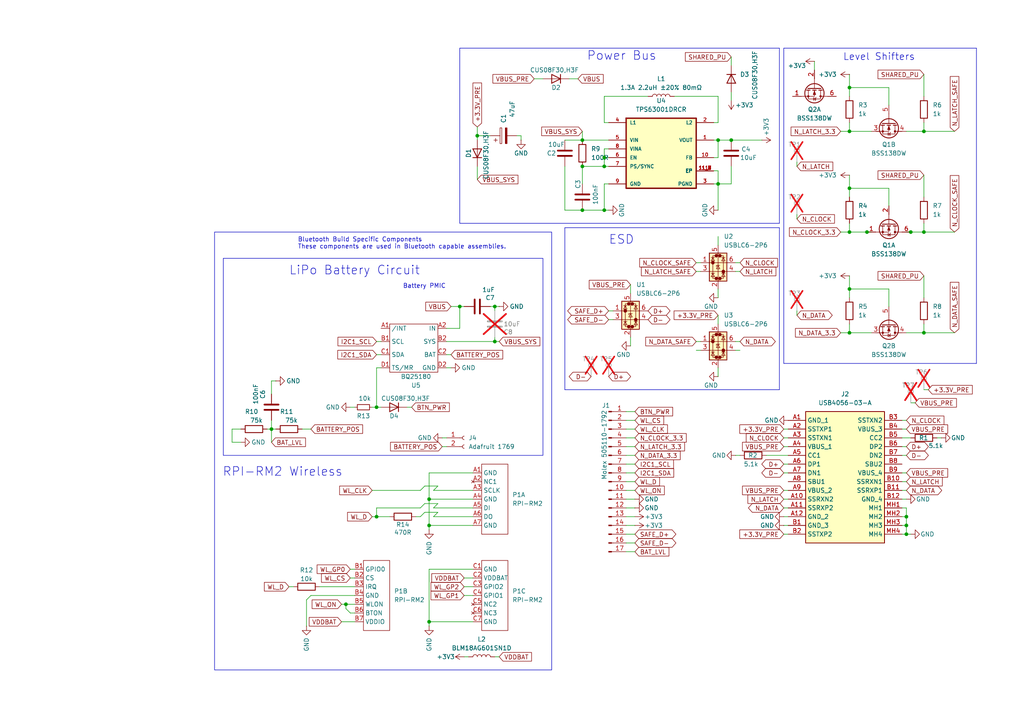
<source format=kicad_sch>
(kicad_sch (version 20231120) (generator "eeschema") (generator_version "8.0")
  (paper "A4")
  (junction (at 78.74 124.46))
  (junction (at 251.46 67.31))
  (junction (at 175.26 60.96))
  (junction (at 175.26 45.72))
  (junction (at 168.91 60.96))
  (junction (at 246.38 67.31))
  (junction (at 100.33 175.26))
  (junction (at 124.46 144.78))
  (junction (at 262.89 152.4))
  (junction (at 143.51 99.06))
  (junction (at 124.46 152.4))
  (junction (at 208.28 40.64))
  (junction (at 246.38 83.82))
  (junction (at 267.97 67.31))
  (junction (at 109.22 118.11))
  (junction (at 168.91 40.64))
  (junction (at 246.38 38.1))
  (junction (at 138.43 39.37))
  (junction (at 143.51 88.9))
  (junction (at 264.16 67.31))
  (junction (at 133.35 88.9))
  (junction (at 246.38 25.4))
  (junction (at 168.91 48.26))
  (junction (at 262.89 149.86))
  (junction (at 212.09 40.64))
  (junction (at 175.26 48.26))
  (junction (at 267.97 96.52))
  (junction (at 246.38 54.61))
  (junction (at 208.28 53.34))
  (junction (at 267.97 38.1))
  (junction (at 246.38 96.52))
  (junction (at 262.89 154.94))
  (junction (at 109.22 149.86))
  (junction (at 124.46 180.34))
  (wire (pts (xy 257.81 30.48) (xy 257.81 25.4)))
  (wire (pts (xy 67.31 128.27) (xy 67.31 124.46)))
  (wire (pts (xy 118.11 118.11) (xy 119.38 118.11)))
  (wire (pts (xy 246.38 54.61) (xy 246.38 57.15)))
  (wire (pts (xy 208.28 40.64) (xy 212.09 40.64)))
  (wire (pts (xy 133.35 88.9) (xy 134.62 88.9)))
  (polyline (pts (xy 133.35 13.97) (xy 226.06 13.97)))
  (wire (pts (xy 262.89 144.78) (xy 261.62 144.78)))
  (wire (pts (xy 144.78 88.9) (xy 143.51 88.9)))
  (wire (pts (xy 121.92 142.24) (xy 123.19 140.97)))
  (wire (pts (xy 227.33 147.32) (xy 228.6 147.32)))
  (wire (pts (xy 124.46 180.34) (xy 124.46 181.61)))
  (wire (pts (xy 165.1 22.86) (xy 167.64 22.86)))
  (wire (pts (xy 175.26 53.34) (xy 175.26 60.96)))
  (wire (pts (xy 201.93 78.74) (xy 203.2 78.74)))
  (wire (pts (xy 142.24 88.9) (xy 143.51 88.9)))
  (wire (pts (xy 99.06 180.34) (xy 102.87 180.34)))
  (wire (pts (xy 262.89 142.24) (xy 261.62 142.24)))
  (wire (pts (xy 246.38 80.01) (xy 246.38 83.82)))
  (wire (pts (xy 128.27 127) (xy 129.54 127)))
  (wire (pts (xy 214.63 76.2) (xy 213.36 76.2)))
  (wire (pts (xy 128.27 129.54) (xy 129.54 129.54)))
  (wire (pts (xy 231.14 63.5) (xy 231.14 62.23)))
  (wire (pts (xy 212.09 26.67) (xy 212.09 29.21)))
  (wire (pts (xy 262.89 139.7) (xy 261.62 139.7)))
  (wire (pts (xy 109.22 149.86) (xy 113.03 149.86)))
  (wire (pts (xy 262.89 152.4) (xy 262.89 154.94)))
  (wire (pts (xy 262.89 67.31) (xy 264.16 67.31)))
  (wire (pts (xy 212.09 40.64) (xy 220.98 40.64)))
  (wire (pts (xy 134.62 167.64) (xy 137.16 167.64)))
  (polyline (pts (xy 283.21 13.97) (xy 283.21 105.41)))
  (wire (pts (xy 227.33 149.86) (xy 228.6 149.86)))
  (wire (pts (xy 124.46 152.4) (xy 124.46 153.67)))
  (wire (pts (xy 175.26 45.72) (xy 175.26 48.26)))
  (wire (pts (xy 78.74 121.92) (xy 78.74 124.46)))
  (wire (pts (xy 100.33 175.26) (xy 102.87 175.26)))
  (wire (pts (xy 267.97 96.52) (xy 276.86 96.52)))
  (wire (pts (xy 261.62 149.86) (xy 262.89 149.86)))
  (wire (pts (xy 109.22 147.32) (xy 121.92 147.32)))
  (wire (pts (xy 208.28 109.22) (xy 208.28 106.68)))
  (wire (pts (xy 262.89 124.46) (xy 261.62 124.46)))
  (wire (pts (xy 227.33 137.16) (xy 228.6 137.16)))
  (wire (pts (xy 168.91 60.96) (xy 175.26 60.96)))
  (wire (pts (xy 123.19 148.59) (xy 121.92 149.86)))
  (wire (pts (xy 246.38 96.52) (xy 246.38 93.98)))
  (polyline (pts (xy 226.06 13.97) (xy 226.06 64.77)))
  (wire (pts (xy 78.74 124.46) (xy 77.47 124.46)))
  (wire (pts (xy 227.33 127) (xy 228.6 127)))
  (wire (pts (xy 214.63 99.06) (xy 213.36 99.06)))
  (wire (pts (xy 257.81 59.69) (xy 257.81 54.61)))
  (wire (pts (xy 208.28 49.53) (xy 207.01 49.53)))
  (polyline (pts (xy 227.33 13.97) (xy 283.21 13.97)))
  (polyline (pts (xy 163.83 66.04) (xy 163.83 113.03)))
  (wire (pts (xy 124.46 137.16) (xy 137.16 137.16)))
  (wire (pts (xy 138.43 39.37) (xy 138.43 40.64)))
  (polyline (pts (xy 283.21 105.41) (xy 227.33 105.41)))
  (wire (pts (xy 134.62 170.18) (xy 137.16 170.18)))
  (wire (pts (xy 168.91 38.1) (xy 168.91 40.64)))
  (wire (pts (xy 184.15 149.86) (xy 181.61 149.86)))
  (wire (pts (xy 175.26 53.34) (xy 176.53 53.34)))
  (wire (pts (xy 271.78 127) (xy 273.05 127)))
  (wire (pts (xy 143.51 97.79) (xy 143.51 99.06)))
  (wire (pts (xy 168.91 48.26) (xy 168.91 53.34)))
  (wire (pts (xy 184.15 127) (xy 181.61 127)))
  (wire (pts (xy 101.6 118.11) (xy 102.87 118.11)))
  (wire (pts (xy 262.89 149.86) (xy 262.89 152.4)))
  (wire (pts (xy 99.06 175.26) (xy 100.33 175.26)))
  (wire (pts (xy 163.83 48.26) (xy 163.83 60.96)))
  (wire (pts (xy 262.89 154.94) (xy 261.62 154.94)))
  (wire (pts (xy 267.97 21.59) (xy 267.97 27.94)))
  (wire (pts (xy 176.53 45.72) (xy 175.26 45.72)))
  (wire (pts (xy 175.26 60.96) (xy 176.53 60.96)))
  (wire (pts (xy 176.53 90.17) (xy 177.8 90.17)))
  (wire (pts (xy 175.26 35.56) (xy 176.53 35.56)))
  (wire (pts (xy 208.28 27.94) (xy 208.28 35.56)))
  (wire (pts (xy 269.24 113.03) (xy 267.97 113.03)))
  (wire (pts (xy 163.83 60.96) (xy 168.91 60.96)))
  (wire (pts (xy 124.46 152.4) (xy 137.16 152.4)))
  (wire (pts (xy 262.89 129.54) (xy 261.62 129.54)))
  (wire (pts (xy 102.87 177.8) (xy 101.6 177.8)))
  (wire (pts (xy 227.33 152.4) (xy 228.6 152.4)))
  (wire (pts (xy 154.94 22.86) (xy 157.48 22.86)))
  (wire (pts (xy 257.81 54.61) (xy 246.38 54.61)))
  (wire (pts (xy 251.46 67.31) (xy 246.38 67.31)))
  (wire (pts (xy 201.93 76.2) (xy 203.2 76.2)))
  (wire (pts (xy 125.73 149.86) (xy 137.16 149.86)))
  (wire (pts (xy 201.93 101.6) (xy 203.2 101.6)))
  (wire (pts (xy 212.09 16.51) (xy 212.09 19.05)))
  (wire (pts (xy 123.19 140.97) (xy 127 140.97)))
  (wire (pts (xy 125.73 142.24) (xy 137.16 142.24)))
  (wire (pts (xy 129.54 99.06) (xy 143.51 99.06)))
  (wire (pts (xy 252.73 38.1) (xy 246.38 38.1)))
  (wire (pts (xy 267.97 50.8) (xy 267.97 57.15)))
  (wire (pts (xy 125.73 149.86) (xy 127 148.59)))
  (wire (pts (xy 184.15 121.92) (xy 181.61 121.92)))
  (wire (pts (xy 252.73 96.52) (xy 246.38 96.52)))
  (wire (pts (xy 267.97 38.1) (xy 276.86 38.1)))
  (wire (pts (xy 208.28 86.36) (xy 208.28 83.82)))
  (polyline (pts (xy 227.33 13.97) (xy 227.33 105.41)))
  (wire (pts (xy 243.84 38.1) (xy 246.38 38.1)))
  (wire (pts (xy 184.15 154.94) (xy 181.61 154.94)))
  (wire (pts (xy 151.13 39.37) (xy 149.86 39.37)))
  (wire (pts (xy 168.91 48.26) (xy 175.26 48.26)))
  (wire (pts (xy 182.88 82.55) (xy 182.88 85.09)))
  (wire (pts (xy 142.24 39.37) (xy 138.43 39.37)))
  (wire (pts (xy 124.46 144.78) (xy 137.16 144.78)))
  (wire (pts (xy 227.33 129.54) (xy 228.6 129.54)))
  (wire (pts (xy 78.74 124.46) (xy 80.01 124.46)))
  (wire (pts (xy 184.15 142.24) (xy 181.61 142.24)))
  (wire (pts (xy 243.84 67.31) (xy 246.38 67.31)))
  (wire (pts (xy 133.35 88.9) (xy 133.35 95.25)))
  (wire (pts (xy 231.14 48.26) (xy 231.14 46.99)))
  (wire (pts (xy 129.54 102.87) (xy 130.81 102.87)))
  (wire (pts (xy 214.63 101.6) (xy 213.36 101.6)))
  (wire (pts (xy 175.26 48.26) (xy 176.53 48.26)))
  (wire (pts (xy 184.15 119.38) (xy 181.61 119.38)))
  (wire (pts (xy 151.13 40.64) (xy 151.13 39.37)))
  (polyline (pts (xy 226.06 64.77) (xy 133.35 64.77)))
  (wire (pts (xy 134.62 190.5) (xy 135.89 190.5)))
  (wire (pts (xy 208.28 53.34) (xy 208.28 60.96)))
  (wire (pts (xy 208.28 68.58) (xy 208.28 71.12)))
  (wire (pts (xy 208.28 53.34) (xy 207.01 53.34)))
  (wire (pts (xy 125.73 147.32) (xy 137.16 147.32)))
  (wire (pts (xy 144.78 190.5) (xy 143.51 190.5)))
  (wire (pts (xy 227.33 142.24) (xy 228.6 142.24)))
  (wire (pts (xy 246.38 50.8) (xy 246.38 54.61)))
  (wire (pts (xy 246.38 83.82) (xy 246.38 86.36)))
  (wire (pts (xy 129.54 106.68) (xy 130.81 106.68)))
  (wire (pts (xy 138.43 36.83) (xy 138.43 39.37)))
  (wire (pts (xy 257.81 25.4) (xy 246.38 25.4)))
  (wire (pts (xy 90.17 172.72) (xy 88.9 173.99)))
  (wire (pts (xy 107.95 142.24) (xy 121.92 142.24)))
  (wire (pts (xy 184.15 134.62) (xy 181.61 134.62)))
  (wire (pts (xy 201.93 99.06) (xy 203.2 99.06)))
  (wire (pts (xy 262.89 121.92) (xy 261.62 121.92)))
  (wire (pts (xy 102.87 172.72) (xy 90.17 172.72)))
  (wire (pts (xy 246.38 38.1) (xy 246.38 35.56)))
  (wire (pts (xy 67.31 124.46) (xy 69.85 124.46)))
  (wire (pts (xy 125.73 147.32) (xy 127 146.05)))
  (polyline (pts (xy 226.06 113.03) (xy 226.06 66.04)))
  (wire (pts (xy 69.85 128.27) (xy 67.31 128.27)))
  (wire (pts (xy 163.83 40.64) (xy 168.91 40.64)))
  (wire (pts (xy 262.89 38.1) (xy 267.97 38.1)))
  (wire (pts (xy 267.97 96.52) (xy 267.97 93.98)))
  (wire (pts (xy 184.15 147.32) (xy 181.61 147.32)))
  (wire (pts (xy 109.22 147.32) (xy 109.22 149.86)))
  (polyline (pts (xy 133.35 36.83) (xy 133.35 64.77)))
  (wire (pts (xy 264.16 67.31) (xy 267.97 67.31)))
  (wire (pts (xy 107.95 149.86) (xy 109.22 149.86)))
  (wire (pts (xy 207.01 40.64) (xy 208.28 40.64)))
  (wire (pts (xy 101.6 177.8) (xy 100.33 176.53)))
  (wire (pts (xy 243.84 96.52) (xy 246.38 96.52)))
  (wire (pts (xy 246.38 21.59) (xy 246.38 25.4)))
  (wire (pts (xy 184.15 157.48) (xy 181.61 157.48)))
  (wire (pts (xy 257.81 83.82) (xy 246.38 83.82)))
  (wire (pts (xy 88.9 173.99) (xy 88.9 181.61)))
  (wire (pts (xy 208.28 45.72) (xy 208.28 40.64)))
  (wire (pts (xy 100.33 175.26) (xy 100.33 176.53)))
  (wire (pts (xy 124.46 137.16) (xy 124.46 144.78)))
  (wire (pts (xy 175.26 43.18) (xy 175.26 45.72)))
  (wire (pts (xy 138.43 48.26) (xy 138.43 52.07)))
  (wire (pts (xy 262.89 147.32) (xy 262.89 149.86)))
  (wire (pts (xy 78.74 114.3) (xy 78.74 110.49)))
  (wire (pts (xy 176.53 92.71) (xy 177.8 92.71)))
  (wire (pts (xy 109.22 118.11) (xy 107.95 118.11)))
  (wire (pts (xy 227.33 144.78) (xy 228.6 144.78)))
  (wire (pts (xy 231.14 91.44) (xy 231.14 90.17)))
  (wire (pts (xy 120.65 149.86) (xy 121.92 149.86)))
  (wire (pts (xy 246.38 67.31) (xy 246.38 64.77)))
  (wire (pts (xy 214.63 78.74) (xy 213.36 78.74)))
  (wire (pts (xy 208.28 35.56) (xy 207.01 35.56)))
  (wire (pts (xy 134.62 172.72) (xy 137.16 172.72)))
  (wire (pts (xy 92.71 170.18) (xy 102.87 170.18)))
  (wire (pts (xy 168.91 40.64) (xy 176.53 40.64)))
  (wire (pts (xy 130.81 88.9) (xy 133.35 88.9)))
  (wire (pts (xy 101.6 165.1) (xy 102.87 165.1)))
  (wire (pts (xy 101.6 167.64) (xy 102.87 167.64)))
  (wire (pts (xy 267.97 67.31) (xy 267.97 64.77)))
  (wire (pts (xy 207.01 45.72) (xy 208.28 45.72)))
  (wire (pts (xy 208.28 91.44) (xy 208.28 93.98)))
  (wire (pts (xy 87.63 124.46) (xy 90.17 124.46)))
  (wire (pts (xy 184.15 139.7) (xy 181.61 139.7)))
  (wire (pts (xy 175.26 27.94) (xy 175.26 35.56)))
  (wire (pts (xy 246.38 25.4) (xy 246.38 27.94)))
  (wire (pts (xy 124.46 165.1) (xy 137.16 165.1)))
  (wire (pts (xy 262.89 132.08) (xy 261.62 132.08)))
  (wire (pts (xy 195.58 27.94) (xy 208.28 27.94)))
  (wire (pts (xy 78.74 110.49) (xy 80.01 110.49)))
  (wire (pts (xy 227.33 124.46) (xy 228.6 124.46)))
  (wire (pts (xy 124.46 144.78) (xy 124.46 152.4)))
  (wire (pts (xy 184.15 124.46) (xy 181.61 124.46)))
  (wire (pts (xy 83.82 170.18) (xy 85.09 170.18)))
  (wire (pts (xy 257.81 88.9) (xy 257.81 83.82)))
  (wire (pts (xy 261.62 152.4) (xy 262.89 152.4)))
  (wire (pts (xy 236.22 17.78) (xy 236.22 20.32)))
  (wire (pts (xy 267.97 38.1) (xy 267.97 35.56)))
  (wire (pts (xy 124.46 180.34) (xy 137.16 180.34)))
  (wire (pts (xy 127 146.05) (xy 123.19 146.05)))
  (wire (pts (xy 264.16 127) (xy 261.62 127)))
  (wire (pts (xy 184.15 129.54) (xy 181.61 129.54)))
  (wire (pts (xy 262.89 96.52) (xy 267.97 96.52)))
  (wire (pts (xy 127 140.97) (xy 125.73 142.24)))
  (wire (pts (xy 227.33 154.94) (xy 228.6 154.94)))
  (wire (pts (xy 176.53 43.18) (xy 175.26 43.18)))
  (wire (pts (xy 187.96 27.94) (xy 175.26 27.94)))
  (wire (pts (xy 184.15 132.08) (xy 181.61 132.08)))
  (wire (pts (xy 143.51 99.06) (xy 144.78 99.06)))
  (wire (pts (xy 262.89 137.16) (xy 261.62 137.16)))
  (wire (pts (xy 264.16 154.94) (xy 262.89 154.94)))
  (wire (pts (xy 261.62 147.32) (xy 262.89 147.32)))
  (polyline (pts (xy 163.83 113.03) (xy 226.06 113.03)))
  (wire (pts (xy 265.43 116.84) (xy 264.16 116.84)))
  (wire (pts (xy 110.49 106.68) (xy 109.22 106.68)))
  (wire (pts (xy 78.74 128.27) (xy 78.74 124.46)))
  (wire (pts (xy 143.51 88.9) (xy 143.51 90.17)))
  (wire (pts (xy 129.54 95.25) (xy 133.35 95.25)))
  (wire (pts (xy 212.09 53.34) (xy 208.28 53.34)))
  (wire (pts (xy 267.97 67.31) (xy 276.86 67.31)))
  (wire (pts (xy 213.36 132.08) (xy 214.63 132.08)))
  (wire (pts (xy 252.73 67.31) (xy 251.46 67.31)))
  (wire (pts (xy 184.15 137.16) (xy 181.61 137.16)))
  (wire (pts (xy 267.97 80.01) (xy 267.97 86.36)))
  (wire (pts (xy 184.15 152.4) (xy 181.61 152.4)))
  (wire (pts (xy 184.15 160.02) (xy 181.61 160.02)))
  (wire (pts (xy 127 148.59) (xy 123.19 148.59)))
  (wire (pts (xy 222.25 132.08) (xy 228.6 132.08)))
  (wire (pts (xy 109.22 118.11) (xy 110.49 118.11)))
  (wire (pts (xy 208.28 49.53) (xy 208.28 53.34)))
  (wire (pts (xy 184.15 144.78) (xy 181.61 144.78)))
  (wire (pts (xy 227.33 134.62) (xy 228.6 134.62)))
  (wire (pts (xy 109.22 99.06) (xy 110.49 99.06)))
  (polyline (pts (xy 133.35 36.83) (xy 133.35 13.97)))
  (polyline (pts (xy 226.06 66.04) (xy 163.83 66.04)))
  (wire (pts (xy 109.22 106.68) (xy 109.22 118.11)))
  (wire (pts (xy 182.88 100.33) (xy 182.88 97.79)))
  (wire (pts (xy 109.22 102.87) (xy 110.49 102.87)))
  (wire (pts (xy 123.19 146.05) (xy 121.92 147.32)))
  (wire (pts (xy 212.09 48.26) (xy 212.09 53.34)))
  (wire (pts (xy 124.46 165.1) (xy 124.46 180.34)))
  (rectangle (start 64.77 74.93) (end 157.48 132.08))
  (rectangle (start 62.23 67.31) (end 160.02 194.31))
  (text "Level Shifters\n" (at 265.43 17.78 0) (effects (font (size 2.0066 2.0066)) (justify right bottom)))
  (text "LiPo Battery Circuit" (at 83.82 80.01 0) (effects (font (size 2.54 2.54)) (justify left bottom)))
  (text "Battery PMIC" (at 116.84 83.82 0) (effects (font (size 1.27 1.27)) (justify left bottom)))
  (text "ESD" (at 176.53 71.12 0) (effects (font (size 2.54 2.54)) (justify left bottom)))
  (text "Power Bus" (at 170.18 17.78 0) (effects (font (size 2.54 2.54)) (justify left bottom)))
  (text "Bluetooth Build Specific Components\nThese components are used in Bluetooth capable assemblies." (at 86.36 72.39 0) (effects (font (size 1.27 1.27)) (justify left bottom)))
  (text "RPI-RM2 Wireless" (at 64.516 138.43 0) (effects (font (size 2.54 2.54)) (justify left bottom)))
  (global_label "I2C1_SCL" (shape input) (at 109.22 99.06 180) (property "Intersheetrefs" "${INTERSHEET_REFS}" (effects (hide yes))))
  (global_label "WL_CLK" (shape input) (at 184.15 124.46 0) (property "Intersheetrefs" "${INTERSHEET_REFS}" (effects (hide yes))))
  (global_label "BTN_PWR" (shape input) (at 184.15 119.38 0) (property "Intersheetrefs" "${INTERSHEET_REFS}" (effects (hide yes))))
  (global_label "N_CLOCK_SAFE" (shape input) (at 276.86 67.31 90) (property "Intersheetrefs" "${INTERSHEET_REFS}" (effects (hide yes))))
  (global_label "I2C1_SCL" (shape input) (at 184.15 134.62 0) (property "Intersheetrefs" "${INTERSHEET_REFS}" (effects (hide yes))))
  (global_label "WL_CLK" (shape input) (at 107.95 142.24 180) (property "Intersheetrefs" "${INTERSHEET_REFS}" (effects (hide yes))))
  (global_label "D-" (shape bidirectional) (at 187.96 92.71 0) (property "Intersheetrefs" "${INTERSHEET_REFS}" (effects (hide yes))))
  (global_label "VBUS_PRE" (shape input) (at 154.94 22.86 180) (property "Intersheetrefs" "${INTERSHEET_REFS}" (effects (hide yes))))
  (global_label "D-" (shape bidirectional) (at 171.45 109.22 180) (property "Intersheetrefs" "${INTERSHEET_REFS}" (effects (hide yes))))
  (global_label "BAT_LVL" (shape input) (at 78.74 128.27 0) (property "Intersheetrefs" "${INTERSHEET_REFS}" (effects (hide yes))))
  (global_label "D-" (shape bidirectional) (at 262.89 132.08 0) (property "Intersheetrefs" "${INTERSHEET_REFS}" (effects (hide yes))))
  (global_label "D+" (shape bidirectional) (at 176.53 109.22 0) (property "Intersheetrefs" "${INTERSHEET_REFS}" (effects (hide yes))))
  (global_label "SHARED_PU" (shape input) (at 267.97 80.01 180) (property "Intersheetrefs" "${INTERSHEET_REFS}" (effects (hide yes))))
  (global_label "+3.3V_PRE" (shape input) (at 138.43 36.83 90) (property "Intersheetrefs" "${INTERSHEET_REFS}" (effects (hide yes))))
  (global_label "N_CLOCK" (shape input) (at 227.33 127 180) (property "Intersheetrefs" "${INTERSHEET_REFS}" (effects (hide yes))))
  (global_label "SHARED_PU" (shape input) (at 267.97 21.59 180) (property "Intersheetrefs" "${INTERSHEET_REFS}" (effects (hide yes))))
  (global_label "SAFE_D+" (shape bidirectional) (at 184.15 154.94 0) (property "Intersheetrefs" "${INTERSHEET_REFS}" (effects (hide yes))))
  (global_label "N_CLOCK_SAFE" (shape input) (at 201.93 76.2 180) (property "Intersheetrefs" "${INTERSHEET_REFS}" (effects (hide yes))))
  (global_label "VDDBAT" (shape input) (at 99.06 180.34 180) (property "Intersheetrefs" "${INTERSHEET_REFS}" (effects (hide yes))))
  (global_label "VBUS" (shape input) (at 167.64 22.86 0) (property "Intersheetrefs" "${INTERSHEET_REFS}" (effects (hide yes))))
  (global_label "N_DATA" (shape bidirectional) (at 231.14 91.44 0) (property "Intersheetrefs" "${INTERSHEET_REFS}" (effects (hide yes))))
  (global_label "N_DATA_3.3" (shape input) (at 243.84 96.52 180) (property "Intersheetrefs" "${INTERSHEET_REFS}" (effects (hide yes))))
  (global_label "N_CLOCK" (shape input) (at 262.89 121.92 0) (property "Intersheetrefs" "${INTERSHEET_REFS}" (effects (hide yes))))
  (global_label "SAFE_D+" (shape bidirectional) (at 176.53 90.17 180) (property "Intersheetrefs" "${INTERSHEET_REFS}" (effects (hide yes))))
  (global_label "SHARED_PU" (shape input) (at 212.09 16.51 180) (property "Intersheetrefs" "${INTERSHEET_REFS}" (effects (hide yes))))
  (global_label "WL_GP1" (shape input) (at 134.62 172.72 180) (property "Intersheetrefs" "${INTERSHEET_REFS}" (effects (hide yes))))
  (global_label "N_LATCH" (shape input) (at 214.63 78.74 0) (property "Intersheetrefs" "${INTERSHEET_REFS}" (effects (hide yes))))
  (global_label "WL_D" (shape input) (at 83.82 170.18 180) (property "Intersheetrefs" "${INTERSHEET_REFS}" (effects (hide yes))))
  (global_label "VBUS_PRE" (shape input) (at 262.89 137.16 0) (property "Intersheetrefs" "${INTERSHEET_REFS}" (effects (hide yes))))
  (global_label "N_DATA_SAFE" (shape input) (at 201.93 99.06 180) (property "Intersheetrefs" "${INTERSHEET_REFS}" (effects (hide yes))))
  (global_label "D-" (shape bidirectional) (at 227.33 137.16 180) (property "Intersheetrefs" "${INTERSHEET_REFS}" (effects (hide yes))))
  (global_label "N_LATCH" (shape input) (at 231.14 48.26 0) (property "Intersheetrefs" "${INTERSHEET_REFS}" (effects (hide yes))))
  (global_label "WL_CS" (shape input) (at 184.15 121.92 0) (property "Intersheetrefs" "${INTERSHEET_REFS}" (effects (hide yes))))
  (global_label "N_LATCH_SAFE" (shape input) (at 276.86 38.1 90) (property "Intersheetrefs" "${INTERSHEET_REFS}" (effects (hide yes))))
  (global_label "VBUS" (shape input) (at 130.81 88.9 180) (property "Intersheetrefs" "${INTERSHEET_REFS}" (effects (hide yes))))
  (global_label "BAT_LVL" (shape input) (at 184.15 160.02 0) (property "Intersheetrefs" "${INTERSHEET_REFS}" (effects (hide yes))))
  (global_label "WL_GP0" (shape input) (at 101.6 165.1 180) (property "Intersheetrefs" "${INTERSHEET_REFS}" (effects (hide yes))))
  (global_label "N_LATCH" (shape input) (at 262.89 139.7 0) (property "Intersheetrefs" "${INTERSHEET_REFS}" (effects (hide yes))))
  (global_label "SAFE_D-" (shape bidirectional) (at 176.53 92.71 180) (property "Intersheetrefs" "${INTERSHEET_REFS}" (effects (hide yes))))
  (global_label "N_DATA_3.3" (shape input) (at 184.15 132.08 0) (property "Intersheetrefs" "${INTERSHEET_REFS}" (effects (hide yes))))
  (global_label "SAFE_D-" (shape bidirectional) (at 184.15 157.48 0) (property "Intersheetrefs" "${INTERSHEET_REFS}" (effects (hide yes))))
  (global_label "VBUS_SYS" (shape input) (at 138.43 52.07 0) (property "Intersheetrefs" "${INTERSHEET_REFS}" (effects (hide yes))))
  (global_label "+3.3V_PRE" (shape input) (at 269.24 113.03 0) (property "Intersheetrefs" "${INTERSHEET_REFS}" (effects (hide yes))))
  (global_label "I2C1_SDA" (shape input) (at 109.22 102.87 180) (property "Intersheetrefs" "${INTERSHEET_REFS}" (effects (hide yes))))
  (global_label "D+" (shape bidirectional) (at 187.96 90.17 0) (property "Intersheetrefs" "${INTERSHEET_REFS}" (effects (hide yes))))
  (global_label "N_CLOCK_3.3" (shape input) (at 184.15 127 0) (property "Intersheetrefs" "${INTERSHEET_REFS}" (effects (hide yes))))
  (global_label "D+" (shape bidirectional) (at 262.89 129.54 0) (property "Intersheetrefs" "${INTERSHEET_REFS}" (effects (hide yes))))
  (global_label "N_CLOCK" (shape input) (at 231.14 63.5 0) (property "Intersheetrefs" "${INTERSHEET_REFS}" (effects (hide yes))))
  (global_label "N_DATA_SAFE" (shape input) (at 276.86 96.52 90) (property "Intersheetrefs" "${INTERSHEET_REFS}" (effects (hide yes))))
  (global_label "N_LATCH_3.3" (shape input) (at 184.15 129.54 0) (property "Intersheetrefs" "${INTERSHEET_REFS}" (effects (hide yes))))
  (global_label "WL_CS" (shape input) (at 101.6 167.64 180) (property "Intersheetrefs" "${INTERSHEET_REFS}" (effects (hide yes))))
  (global_label "D+" (shape bidirectional) (at 227.33 134.62 180) (property "Intersheetrefs" "${INTERSHEET_REFS}" (effects (hide yes))))
  (global_label "VBUS_PRE" (shape input) (at 265.43 116.84 0) (property "Intersheetrefs" "${INTERSHEET_REFS}" (effects (hide yes))))
  (global_label "+3.3V_PRE" (shape input) (at 227.33 154.94 180) (property "Intersheetrefs" "${INTERSHEET_REFS}" (effects (hide yes))))
  (global_label "VDDBAT" (shape input) (at 134.62 167.64 180) (property "Intersheetrefs" "${INTERSHEET_REFS}" (effects (hide yes))))
  (global_label "VBUS_PRE" (shape input) (at 262.89 124.46 0) (property "Intersheetrefs" "${INTERSHEET_REFS}" (effects (hide yes))))
  (global_label "N_CLOCK" (shape input) (at 214.63 76.2 0) (property "Intersheetrefs" "${INTERSHEET_REFS}" (effects (hide yes))))
  (global_label "WL_GP2" (shape input) (at 134.62 170.18 180) (property "Intersheetrefs" "${INTERSHEET_REFS}" (effects (hide yes))))
  (global_label "VBUS_PRE" (shape input) (at 227.33 142.24 180) (property "Intersheetrefs" "${INTERSHEET_REFS}" (effects (hide yes))))
  (global_label "N_DATA" (shape bidirectional) (at 214.63 99.06 0) (property "Intersheetrefs" "${INTERSHEET_REFS}" (effects (hide yes))))
  (global_label "VBUS_SYS" (shape input) (at 168.91 38.1 180) (property "Intersheetrefs" "${INTERSHEET_REFS}" (effects (hide yes))))
  (global_label "WL_ON" (shape input) (at 184.15 142.24 0) (property "Intersheetrefs" "${INTERSHEET_REFS}" (effects (hide yes))))
  (global_label "VBUS_SYS" (shape input) (at 144.78 99.06 0) (property "Intersheetrefs" "${INTERSHEET_REFS}" (effects (hide yes))))
  (global_label "+3.3V_PRE" (shape input) (at 227.33 124.46 180) (property "Intersheetrefs" "${INTERSHEET_REFS}" (effects (hide yes))))
  (global_label "N_CLOCK_3.3" (shape input) (at 243.84 67.31 180) (property "Intersheetrefs" "${INTERSHEET_REFS}" (effects (hide yes))))
  (global_label "BTN_PWR" (shape input) (at 119.38 118.11 0) (property "Intersheetrefs" "${INTERSHEET_REFS}" (effects (hide yes))))
  (global_label "WL_D" (shape input) (at 107.95 149.86 180) (property "Intersheetrefs" "${INTERSHEET_REFS}" (effects (hide yes))))
  (global_label "BATTERY_POS" (shape input) (at 130.81 102.87 0) (property "Intersheetrefs" "${INTERSHEET_REFS}" (effects (hide yes))))
  (global_label "N_LATCH_3.3" (shape input) (at 243.84 38.1 180) (property "Intersheetrefs" "${INTERSHEET_REFS}" (effects (hide yes))))
  (global_label "I2C1_SDA" (shape input) (at 184.15 137.16 0) (property "Intersheetrefs" "${INTERSHEET_REFS}" (effects (hide yes))))
  (global_label "N_DATA" (shape bidirectional) (at 227.33 147.32 180) (property "Intersheetrefs" "${INTERSHEET_REFS}" (effects (hide yes))))
  (global_label "BATTERY_POS" (shape input) (at 90.17 124.46 0) (property "Intersheetrefs" "${INTERSHEET_REFS}" (effects (hide yes))))
  (global_label "BATTERY_POS" (shape input) (at 128.27 129.54 180) (property "Intersheetrefs" "${INTERSHEET_REFS}" (effects (hide yes))))
  (global_label "+3.3V_PRE" (shape input) (at 208.28 91.44 180) (property "Intersheetrefs" "${INTERSHEET_REFS}" (effects (hide yes))))
  (global_label "VBUS_PRE" (shape input) (at 182.88 82.55 180) (property "Intersheetrefs" "${INTERSHEET_REFS}" (effects (hide yes))))
  (global_label "SHARED_PU" (shape input) (at 267.97 50.8 180) (property "Intersheetrefs" "${INTERSHEET_REFS}" (effects (hide yes))))
  (global_label "N_LATCH" (shape input) (at 227.33 144.78 180) (property "Intersheetrefs" "${INTERSHEET_REFS}" (effects (hide yes))))
  (global_label "VDDBAT" (shape input) (at 144.78 190.5 0) (property "Intersheetrefs" "${INTERSHEET_REFS}" (effects (hide yes))))
  (global_label "WL_D" (shape input) (at 184.15 139.7 0) (property "Intersheetrefs" "${INTERSHEET_REFS}" (effects (hide yes))))
  (global_label "N_DATA" (shape bidirectional) (at 262.89 142.24 0) (property "Intersheetrefs" "${INTERSHEET_REFS}" (effects (hide yes))))
  (global_label "WL_ON" (shape input) (at 99.06 175.26 180) (property "Intersheetrefs" "${INTERSHEET_REFS}" (effects (hide yes))))
  (global_label "VBUS_PRE" (shape input) (at 227.33 129.54 180) (property "Intersheetrefs" "${INTERSHEET_REFS}" (effects (hide yes))))
  (global_label "N_LATCH_SAFE" (shape input) (at 201.93 78.74 180) (property "Intersheetrefs" "${INTERSHEET_REFS}" (effects (hide yes))))
  (symbol (lib_id "power:+3V3") (at 236.22 17.78 90) (unit 1)
    (property "Reference" "#PWR015" (effects (hide yes)))
    (property "Value" "+3V3" (at 231.14 19.05 90))
  )
  (symbol (lib_id "Device:R") (at 246.38 31.75 0) (unit 1)
    (property "Reference" "R3" (at 248.92 30.4799 0) (effects (justify left)))
    (property "Value" "1k" (at 248.92 33.0199 0) (effects (justify left)))
    (property "Footprint" "Resistor_SMD:R_0201_0603Metric" (effects (hide yes)))
    (property "Description" "50mW Thick Film Resistors 25V ±1% ±200ppm/℃ 1kΩ" (effects (hide yes)))
    (property "LCSC" "C138165" (effects (hide yes)))
    (property "MPN" "RC0201FR-071KL " (effects (hide yes)))
    (property "Price" "0.0006" (effects (hide yes)))
    (property "Package" "0201" (effects (hide yes)))
  )
  (symbol (lib_id "progcc_v3:CUS08F30") (at 138.43 44.45 90) (unit 1)
    (property "Reference" "D1" (at 135.89 44.45 0))
    (property "Value" "CUS08F30,H3F " (at 140.97 44.45 0))
    (property "Footprint" "Diode_SMD:D_SOD-323_HandSoldering" (effects (hide yes)))
    (property "Datasheet" "${KIPRJMOD}/../progcc_v3_libs/docs/CUS08F30_datasheet_en_20140414.pdf" (effects (hide yes)))
    (property "Description" "SOD-323 Schottky Diodes ROHS (TOSHIBA)" (effects (hide yes)))
    (property "MPN" "CUS08F30,H3F " (effects (hide yes)))
    (property "LCSC" "C150183" (effects (hide yes)))
    (property "Price" "0.0092" (effects (hide yes)))
    (property "Package" "SOD-323" (effects (hide yes)))
  )
  (symbol (lib_id "progcc_v3:CUS08F30") (at 212.09 22.86 270) (unit 1)
    (property "Reference" "D3" (at 214.63 21.5899 90) (effects (justify left)))
    (property "Value" "CUS08F30,H3F " (at 218.948 13.716 0) (effects (justify left)))
    (property "Footprint" "Diode_SMD:D_SOD-323_HandSoldering" (effects (hide yes)))
    (property "Datasheet" "${KIPRJMOD}/../progcc_v3_libs/docs/CUS08F30_datasheet_en_20140414.pdf" (effects (hide yes)))
    (property "Description" "SOD-323 Schottky Diodes ROHS (TOSHIBA)" (effects (hide yes)))
    (property "MPN" "CUS08F30,H3F " (effects (hide yes)))
    (property "LCSC" "C150183" (effects (hide yes)))
    (property "Price" "0.0092" (effects (hide yes)))
    (property "Package" "SOD-323" (effects (hide yes)))
  )
  (symbol (lib_id "power:GND") (at 264.16 154.94 90) (unit 1)
    (property "Reference" "#PWR014" (effects (hide yes)))
    (property "Value" "GND" (at 268.986 154.94 90))
  )
  (symbol (lib_id "power:GND") (at 228.6 121.92 270) (unit 1)
    (property "Reference" "#PWR010" (effects (hide yes)))
    (property "Value" "GND" (at 223.774 121.92 90))
  )
  (symbol (lib_id "hhl:RPI-RM2") (at 109.22 172.72 0) (unit 2)
    (property "Reference" "P1" (at 114.3 171.4499 0) (effects (justify left)))
    (property "Value" "RPI-RM2" (at 114.3 173.9899 0) (effects (justify left)))
    (property "Footprint" "hhl:RPI_RM2" (effects (hide yes)))
    (property "Description" "Raspberry Pi RM2 Wireless Module" (effects (hide yes)))
    (property "MPN" "RPI-RM2" (effects (hide yes)))
    (property "USBDNP" "YES" (effects (hide yes)))
  )
  (symbol (lib_id "Power_Protection:USBLC6-2P6") (at 208.28 76.2 0) (unit 1)
    (property "Reference" "U2" (at 209.9311 68.58 0) (effects (justify left)))
    (property "Value" "USBLC6-2P6" (at 209.9311 71.12 0) (effects (justify left)))
    (property "Footprint" "Package_TO_SOT_SMD:SOT-666" (effects (hide yes)))
    (property "Datasheet" "https://www.st.com/resource/en/datasheet/usblc6-2.pdf" (effects (hide yes)))
    (property "Description" "Very low capacitance ESD protection diode, 2 data-line, SOT-666" (effects (hide yes)))
    (property "LCSC" "C2827693" (effects (hide yes)))
    (property "MPN" "USBLC6-2P6" (effects (hide yes)))
    (property "Package" "SOT-666-6" (effects (hide yes)))
  )
  (symbol (lib_id "power:GND") (at 176.53 60.96 90) (unit 1)
    (property "Reference" "#PWR020" (effects (hide yes)))
    (property "Value" "GND" (at 180.34 60.96 0))
  )
  (symbol (lib_id "Device:R") (at 267.97 90.17 0) (unit 1)
    (property "Reference" "R8" (at 270.51 88.8999 0) (effects (justify left)))
    (property "Value" "1k" (at 270.51 91.4399 0) (effects (justify left)))
    (property "Footprint" "Resistor_SMD:R_0201_0603Metric" (effects (hide yes)))
    (property "Description" "50mW Thick Film Resistors 25V ±1% ±200ppm/℃ 1kΩ" (effects (hide yes)))
    (property "LCSC" "C138165" (effects (hide yes)))
    (property "MPN" "RC0201FR-071KL " (effects (hide yes)))
    (property "Price" "0.0006" (effects (hide yes)))
    (property "Package" "0201" (effects (hide yes)))
  )
  (symbol (lib_id "power:+3V3") (at 134.62 190.5 90) (unit 1)
    (property "Reference" "#PWR032" (effects (hide yes)))
    (property "Value" "+3V3" (at 129.286 190.5 90))
  )
  (symbol (lib_id "Device:C") (at 78.74 118.11 180) (unit 1)
    (property "Reference" "C6" (at 76.2 113.03 90) (effects (justify left)))
    (property "Value" "100nF" (at 74.168 111.252 90) (effects (justify left)))
    (property "Footprint" "Capacitor_SMD:C_0201_0603Metric" (effects (hide yes)))
    (property "Description" "6.3V 100nF X5R ±10%" (effects (hide yes)))
    (property "USBDNP" "YES" (effects (hide yes)))
    (property "LCSC" "C160831" (effects (hide yes)))
    (property "MPN" "CL03A104KQ3NNNC" (effects (hide yes)))
    (property "Price" "0.0007" (effects (hide yes)))
    (property "Package" "0201" (effects (hide yes)))
  )
  (symbol (lib_id "Power_Protection:USBLC6-2P6") (at 182.88 90.17 0) (unit 1)
    (property "Reference" "U1" (at 184.5311 82.55 0) (effects (justify left)))
    (property "Value" "USBLC6-2P6" (at 184.5311 85.09 0) (effects (justify left)))
    (property "Footprint" "Package_TO_SOT_SMD:SOT-666" (effects (hide yes)))
    (property "Datasheet" "https://www.st.com/resource/en/datasheet/usblc6-2.pdf" (effects (hide yes)))
    (property "Description" "Very low capacitance ESD protection diode, 2 data-line, SOT-666" (effects (hide yes)))
    (property "LCSC" "C2827693" (effects (hide yes)))
    (property "MPN" "USBLC6-2P6" (effects (hide yes)))
    (property "Package" "SOT-666-6" (effects (hide yes)))
  )
  (symbol (lib_id "power:GND") (at 101.6 118.11 270) (unit 1)
    (property "Reference" "#PWR028" (effects (hide yes)))
    (property "Value" "GND" (at 96.52 118.11 90))
  )
  (symbol (lib_id "Connector:TestPoint") (at 176.53 109.22 0) (unit 1) (in_bom no) (dnp yes)
    (property "Reference" "TP5" (at 173.99 104.14 0) (effects (justify left)))
    (property "Value" "TestPoint" (effects (hide yes)))
    (property "Footprint" "TestPoint:TestPoint_Pad_D1.0mm" (effects (hide yes)))
  )
  (symbol (lib_id "power:GND") (at 227.33 149.86 270) (unit 1)
    (property "Reference" "#PWR012" (effects (hide yes)))
    (property "Value" "GND" (at 222.504 149.86 90))
  )
  (symbol (lib_id "Connector:TestPoint") (at 231.14 62.23 0) (unit 1) (in_bom no) (dnp yes)
    (property "Reference" "TP2" (at 228.6 57.15 0) (effects (justify left)))
    (property "Value" "TestPoint" (effects (hide yes)))
    (property "Footprint" "TestPoint:TestPoint_Pad_D1.0mm" (effects (hide yes)))
  )
  (symbol (lib_id "power:GND") (at 151.13 40.64 0) (unit 1)
    (property "Reference" "#PWR019" (effects (hide yes)))
    (property "Value" "GND" (at 151.13 44.45 0))
  )
  (symbol (lib_id "Device:C_Polarized") (at 146.05 39.37 90) (unit 1)
    (property "Reference" "C1" (at 146.05 33.02 0) (effects (justify right)))
    (property "Value" "47uF" (at 148.59 29.21 0) (effects (justify right)))
    (property "Footprint" "Capacitor_Tantalum_SMD:CP_EIA-3216-18_Kemet-A" (effects (hide yes)))
    (property "Description" "47uF 6.3V 1.6Ω@100kHz ±10%" (effects (hide yes)))
    (property "LCSC" "C7190" (effects (hide yes)))
    (property "MPN" "CC0603JRX7R9BB473" (effects (hide yes)))
    (property "Price" "0.0544" (effects (hide yes)))
    (property "Package" "CASE-A-3216-18(mm)" (effects (hide yes)))
  )
  (symbol (lib_id "hhl:BSS138DW") (at 236.22 27.94 0) (mirror y) (unit 1)
    (property "Reference" "Q2" (at 236.22 31.75 0))
    (property "Value" "BSS138DW" (at 236.22 34.29 0))
    (property "Footprint" "Package_TO_SOT_SMD:SOT-363_SC-70-6" (effects (hide yes)))
    (property "Datasheet" "https://datasheet.lcsc.com/lcsc/1912111437_Diodes-Incorporated-BSS138DW-7-F_C154900.pdf" (effects (hide yes)))
    (property "Description" "50V 200mA 200mW 3.5Ω@10V,220mA 1.5V@250uA 2 N-Channel SC-70-6(SOT-363) MOSFETs ROHS" (effects (hide yes)))
    (property "MPN" "BSS138DW-7-F" (effects (hide yes)))
    (property "LCSC" "C154900" (effects (hide yes)))
    (property "Price" "0.037" (effects (hide yes)))
    (property "Package" "SC-70-6(SOT-363)" (effects (hide yes)))
  )
  (symbol (lib_id "power:GND") (at 69.85 128.27 90) (unit 1)
    (property "Reference" "#PWR024" (effects (hide yes)))
    (property "Value" "GND" (at 74.93 128.27 90))
  )
  (symbol (lib_id "Connector:TestPoint") (at 171.45 109.22 0) (unit 1) (in_bom no) (dnp yes)
    (property "Reference" "TP4" (at 168.91 104.14 0) (effects (justify left)))
    (property "Value" "TestPoint" (effects (hide yes)))
    (property "Footprint" "TestPoint:TestPoint_Pad_D1.0mm" (effects (hide yes)))
  )
  (symbol (lib_id "Connector:TestPoint") (at 267.97 113.03 0) (unit 1) (in_bom no) (dnp yes)
    (property "Reference" "TP6" (at 265.43 107.95 0) (effects (justify left)))
    (property "Value" "TestPoint" (effects (hide yes)))
    (property "Footprint" "TestPoint:TestPoint_Pad_D1.0mm" (effects (hide yes)))
  )
  (symbol (lib_id "power:GND") (at 273.05 127 90) (unit 1)
    (property "Reference" "#PWR08" (effects (hide yes)))
    (property "Value" "GND" (at 277.876 127 90))
  )
  (symbol (lib_id "power:+3V3") (at 246.38 50.8 90) (unit 1)
    (property "Reference" "#PWR017" (effects (hide yes)))
    (property "Value" "+3V3" (at 240.03 50.8 90))
  )
  (symbol (lib_id "power:GND") (at 128.27 127 270) (unit 1)
    (property "Reference" "#PWR034" (effects (hide yes)))
    (property "Value" "GND" (at 123.19 127 90))
  )
  (symbol (lib_id "Device:C") (at 168.91 57.15 180) (unit 1)
    (property "Reference" "C3" (at 167.64 52.07 90) (effects (justify left)))
    (property "Value" "100nF" (at 172.72 53.34 90) (effects (justify left)))
    (property "Footprint" "Capacitor_SMD:C_0201_0603Metric" (effects (hide yes)))
    (property "Description" "6.3V 100nF X5R ±10%" (effects (hide yes)))
    (property "LCSC" "C160831" (effects (hide yes)))
    (property "MPN" "CL03A104KQ3NNNC" (effects (hide yes)))
    (property "Price" "0.0007" (effects (hide yes)))
    (property "Package" "0201" (effects (hide yes)))
  )
  (symbol (lib_id "hhl:CUS08F30") (at 114.3 118.11 180) (unit 1)
    (property "Reference" "D4" (at 114.3 120.65 0))
    (property "Value" "CUS08F30,H3F " (at 118.11 115.57 0))
    (property "Footprint" "Diode_SMD:D_SOD-323_HandSoldering" (effects (hide yes)))
    (property "Description" "SOD-323 Schottky Diodes ROHS (TOSHIBA)" (effects (hide yes)))
    (property "MPN" "CUS08F30,H3F " (effects (hide yes)))
    (property "USBDNP" "YES" (effects (hide yes)))
    (property "LCSC" "C150183" (effects (hide yes)))
    (property "Price" "0.0092" (effects (hide yes)))
    (property "Package" "SOD-323" (effects (hide yes)))
  )
  (symbol (lib_id "Device:L") (at 191.77 27.94 90) (unit 1)
    (property "Reference" "L1" (at 191.77 22.86 90))
    (property "Value" "1.3A 2.2uH ±20% 80mΩ" (at 191.77 25.4 90))
    (property "Footprint" "Inductor_SMD:L_1008_2520Metric" (effects (hide yes)))
    (property "Description" "1.3A 2.2uH ±20% 80mΩ 1008 Inductors (SMD) ROHS " (effects (hide yes)))
    (property "MPN" "MIP25202R2MBE" (effects (hide yes)))
    (property "LCSC" "C315721" (effects (hide yes)))
    (property "Price" "0.0208" (effects (hide yes)))
    (property "Package" "1008" (effects (hide yes)))
  )
  (symbol (lib_id "power:GND") (at 208.28 86.36 270) (unit 1)
    (property "Reference" "#PWR06" (effects (hide yes)))
    (property "Value" "GND" (at 208.28 88.9 90) (effects (justify right)))
  )
  (symbol (lib_id "Device:R") (at 267.97 60.96 0) (unit 1)
    (property "Reference" "R7" (at 270.51 59.6899 0) (effects (justify left)))
    (property "Value" "1k" (at 270.51 62.2299 0) (effects (justify left)))
    (property "Footprint" "Resistor_SMD:R_0201_0603Metric" (effects (hide yes)))
    (property "Description" "50mW Thick Film Resistors 25V ±1% ±200ppm/℃ 1kΩ" (effects (hide yes)))
    (property "LCSC" "C138165" (effects (hide yes)))
    (property "MPN" "RC0201FR-071KL " (effects (hide yes)))
    (property "Price" "0.0006" (effects (hide yes)))
    (property "Package" "0201" (effects (hide yes)))
  )
  (symbol (lib_id "power:GND") (at 227.33 152.4 270) (unit 1)
    (property "Reference" "#PWR011" (effects (hide yes)))
    (property "Value" "GND" (at 222.504 152.4 90))
  )
  (symbol (lib_id "power:GND") (at 213.36 132.08 270) (unit 1)
    (property "Reference" "#PWR09" (effects (hide yes)))
    (property "Value" "GND" (at 208.534 132.08 90))
  )
  (symbol (lib_id "Connector:TestPoint") (at 231.14 90.17 0) (unit 1) (in_bom no) (dnp yes)
    (property "Reference" "TP3" (at 228.6 85.09 0) (effects (justify left)))
    (property "Value" "TestPoint" (effects (hide yes)))
    (property "Footprint" "TestPoint:TestPoint_Pad_D1.0mm" (effects (hide yes)))
  )
  (symbol (lib_id "Device:C") (at 143.51 93.98 0) (unit 1) (in_bom no) (on_board no) (dnp yes)
    (property "Reference" "C8" (at 146.05 96.2914 0) (effects (justify left)))
    (property "Value" "10uF" (at 146.05 93.98 0) (effects (justify left)))
    (property "Footprint" "Capacitor_SMD:C_0805_2012Metric" (effects (hide yes)))
    (property "Description" "10V 10uF X5R ±10%" (effects (hide yes)))
    (property "USBDNP" "YES" (effects (hide yes)))
    (property "LCSC" "C17024" (effects (hide yes)))
    (property "MPN" "CL21A106KPFNNNE" (effects (hide yes)))
    (property "Price" "0.0050" (effects (hide yes)))
    (property "Package" "0805" (effects (hide yes)))
  )
  (symbol (lib_id "power:+3V3") (at 212.09 29.21 180) (unit 1)
    (property "Reference" "#PWR022" (effects (hide yes)))
    (property "Value" "+3V3" (at 215.9 30.48 0))
  )
  (symbol (lib_id "Device:R") (at 168.91 44.45 0) (unit 1)
    (property "Reference" "R9" (at 171.45 43.1799 0) (effects (justify left)))
    (property "Value" "100R" (at 171.45 45.7199 0) (effects (justify left)))
    (property "Footprint" "Resistor_SMD:R_0201_0603Metric" (effects (hide yes)))
    (property "Description" "50mW Thick Film Resistors 25V ±1% ±200ppm/℃ 100Ω" (effects (hide yes)))
    (property "LCSC" "C77623" (effects (hide yes)))
    (property "MPN" "RC0201FR-07100RL " (effects (hide yes)))
    (property "Price" "0.0006" (effects (hide yes)))
    (property "Package" "0201" (effects (hide yes)))
  )
  (symbol (lib_id "Device:R_Small") (at 105.41 118.11 270) (unit 1)
    (property "Reference" "R13" (at 105.41 120.65 90))
    (property "Value" "10k" (at 105.791 115.57 90))
    (property "Footprint" "Resistor_SMD:R_0201_0603Metric" (effects (hide yes)))
    (property "Description" "50mW Thick Film Resistors 25V ±1% ±200ppm/℃ 10kΩ" (effects (hide yes)))
    (property "USBDNP" "YES" (effects (hide yes)))
    (property "LCSC" "C106225" (effects (hide yes)))
    (property "MPN" "RC0201FR-0710KL " (effects (hide yes)))
    (property "Price" "0.0006" (effects (hide yes)))
    (property "Package" "0201" (effects (hide yes)))
  )
  (symbol (lib_id "power:GND") (at 184.15 147.32 90) (unit 1)
    (property "Reference" "#PWR02" (effects (hide yes)))
    (property "Value" "GND" (at 188.976 147.32 90))
    (property "Description" "Power symbol creates a global label with name \"GND\" , ground" (effects (hide yes)))
  )
  (symbol (lib_id "power:+3V3") (at 184.15 149.86 270) (unit 1)
    (property "Reference" "#PWR03" (effects (hide yes)))
    (property "Value" "+3V3" (at 186.944 149.86 90) (effects (justify left)))
    (property "Description" "Power symbol creates a global label with name \"+3V3\"" (effects (hide yes)))
  )
  (symbol (lib_id "power:GND") (at 144.78 88.9 90) (unit 1)
    (property "Reference" "#PWR033" (effects (hide yes)))
    (property "Value" "GND" (at 149.86 88.9 90))
  )
  (symbol (lib_id "Device:R") (at 246.38 90.17 0) (unit 1)
    (property "Reference" "R5" (at 248.92 88.8999 0) (effects (justify left)))
    (property "Value" "1k" (at 248.92 91.4399 0) (effects (justify left)))
    (property "Footprint" "Resistor_SMD:R_0201_0603Metric" (effects (hide yes)))
    (property "Description" "50mW Thick Film Resistors 25V ±1% ±200ppm/℃ 1kΩ" (effects (hide yes)))
    (property "LCSC" "C138165" (effects (hide yes)))
    (property "MPN" "RC0201FR-071KL " (effects (hide yes)))
    (property "Price" "0.0006" (effects (hide yes)))
    (property "Package" "0201" (effects (hide yes)))
  )
  (symbol (lib_id "Connector:Conn_01x17_Pin") (at 176.53 139.7 0) (unit 1)
    (property "Reference" "J1" (at 175.768 117.602 0))
    (property "Value" "Molex 505110-1792" (at 175.26 129.032 90))
    (property "Footprint" "hhl:5051101792" (effects (hide yes)))
    (property "Description" "Generic connector, single row, 01x17, script generated" (effects (hide yes)))
    (property "MPN" "Molex 505110-1792" (effects (hide yes)))
  )
  (symbol (lib_id "Power_Protection:USBLC6-2P6") (at 208.28 99.06 0) (unit 1)
    (property "Reference" "U3" (at 209.9311 91.44 0) (effects (justify left)))
    (property "Value" "USBLC6-2P6" (at 209.9311 93.98 0) (effects (justify left)))
    (property "Footprint" "Package_TO_SOT_SMD:SOT-666" (effects (hide yes)))
    (property "Datasheet" "https://www.st.com/resource/en/datasheet/usblc6-2.pdf" (effects (hide yes)))
    (property "Description" "Very low capacitance ESD protection diode, 2 data-line, SOT-666" (effects (hide yes)))
    (property "LCSC" "C2827693" (effects (hide yes)))
    (property "MPN" "USBLC6-2P6" (effects (hide yes)))
    (property "Package" "SOT-666-6" (effects (hide yes)))
  )
  (symbol (lib_id "hhl:BSS138DW") (at 257.81 67.31 0) (mirror y) (unit 1)
    (property "Reference" "Q1" (at 257.81 71.12 0))
    (property "Value" "BSS138DW" (at 257.81 73.66 0))
    (property "Footprint" "Package_TO_SOT_SMD:SOT-363_SC-70-6" (effects (hide yes)))
    (property "Datasheet" "https://datasheet.lcsc.com/lcsc/1912111437_Diodes-Incorporated-BSS138DW-7-F_C154900.pdf" (effects (hide yes)))
    (property "Description" "50V 200mA 200mW 3.5Ω@10V,220mA 1.5V@250uA 2 N-Channel SC-70-6(SOT-363) MOSFETs ROHS" (effects (hide yes)))
    (property "MPN" "BSS138DW-7-F" (effects (hide yes)))
    (property "LCSC" "C154900" (effects (hide yes)))
    (property "Price" "0.037" (effects (hide yes)))
    (property "Package" "SC-70-6(SOT-363)" (effects (hide yes)))
  )
  (symbol (lib_id "hhl:BSS138DW") (at 257.81 38.1 0) (mirror y) (unit 2)
    (property "Reference" "Q1" (at 257.81 41.91 0))
    (property "Value" "BSS138DW" (at 257.81 44.45 0))
    (property "Footprint" "Package_TO_SOT_SMD:SOT-363_SC-70-6" (effects (hide yes)))
    (property "Datasheet" "https://datasheet.lcsc.com/lcsc/1912111437_Diodes-Incorporated-BSS138DW-7-F_C154900.pdf" (effects (hide yes)))
    (property "Description" "50V 200mA 200mW 3.5Ω@10V,220mA 1.5V@250uA 2 N-Channel SC-70-6(SOT-363) MOSFETs ROHS" (effects (hide yes)))
    (property "MPN" "BSS138DW-7-F" (effects (hide yes)))
    (property "LCSC" "C154900" (effects (hide yes)))
    (property "Price" "0.037" (effects (hide yes)))
    (property "Package" "SC-70-6(SOT-363)" (effects (hide yes)))
  )
  (symbol (lib_id "Device:R") (at 267.97 127 90) (unit 1)
    (property "Reference" "R1" (at 269.24 127 90) (effects (justify left)))
    (property "Value" "5.1k" (at 273.558 129.286 90) (effects (justify left)))
    (property "Footprint" "Resistor_SMD:R_0201_0603Metric" (effects (hide yes)))
    (property "Description" "50mW Thick Film Resistors 25V ±1% ±200ppm/℃ 5.1kΩ" (effects (hide yes)))
    (property "LCSC" "C274341" (effects (hide yes)))
    (property "MPN" "RC0201FR-075K1L " (effects (hide yes)))
    (property "Price" "0.0004" (effects (hide yes)))
    (property "Package" "0201" (effects (hide yes)))
  )
  (symbol (lib_id "power:+3V3") (at 246.38 80.01 90) (unit 1)
    (property "Reference" "#PWR018" (effects (hide yes)))
    (property "Value" "+3V3" (at 240.03 80.01 90))
  )
  (symbol (lib_id "hhl:USB4056-03-A") (at 228.6 121.92 0) (unit 1)
    (property "Reference" "J2" (at 245.11 114.3 0))
    (property "Value" "USB4056-03-A" (at 245.11 116.84 0))
    (property "Footprint" "hhl:USB405603A" (effects (hide yes)))
    (property "Datasheet" "https://www.mouser.jp/datasheet/2/837/usb4056-2448808.pdf" (effects (hide yes)))
    (property "Description" "USB Connectors USB C 3.2 Rec, Horz, Hybrid PCB Top Mount, T+R" (effects (hide yes)))
    (property "Height" "3.56" (effects (hide yes)))
    (property "Mouser Part Number" "640-USB4056-03-A" (effects (hide yes)))
    (property "Mouser Price/Stock" "https://www.mouser.co.uk/ProductDetail/GCT/USB4056-03-A?qs=QNEnbhJQKvbZ7hZzgFEugA%3D%3D" (effects (hide yes)))
    (property "Manufacturer_Name" "GCT (GLOBAL CONNECTOR TECHNOLOGY)" (effects (hide yes)))
    (property "Manufacturer_Part_Number" "USB4056-03-A" (effects (hide yes)))
  )
  (symbol (lib_id "Connector:TestPoint") (at 231.14 46.99 0) (unit 1) (in_bom no) (dnp yes)
    (property "Reference" "TP1" (at 228.6 41.91 0) (effects (justify left)))
    (property "Value" "TestPoint" (effects (hide yes)))
    (property "Footprint" "TestPoint:TestPoint_Pad_D1.0mm" (effects (hide yes)))
  )
  (symbol (lib_id "Device:R") (at 73.66 124.46 90) (unit 1)
    (property "Reference" "R10" (at 74.93 119.38 90) (effects (justify left)))
    (property "Value" "75k" (at 76.2 121.92 90) (effects (justify left)))
    (property "Footprint" "Resistor_SMD:R_0201_0603Metric" (effects (hide yes)))
    (property "Description" "50mW Thick Film Resistors 25V ±1% ±200ppm/℃ 75kΩ" (effects (hide yes)))
    (property "LCSC" "C2107901" (effects (hide yes)))
    (property "MPN" "AF0201FR-0775KL " (effects (hide yes)))
    (property "USBDNP" "YES" (effects (hide yes)))
    (property "Price" "0.0006" (effects (hide yes)))
    (property "Package" "0201" (effects (hide yes)))
  )
  (symbol (lib_id "power:GND") (at 124.46 153.67 0) (unit 1)
    (property "Reference" "#PWR029" (effects (hide yes)))
    (property "Value" "GND" (at 124.46 159.004 90))
  )
  (symbol (lib_id "power:GND") (at 208.28 109.22 270) (unit 1)
    (property "Reference" "#PWR07" (effects (hide yes)))
    (property "Value" "GND" (at 208.28 111.76 90) (effects (justify right)))
  )
  (symbol (lib_id "power:GND") (at 208.28 60.96 270) (unit 1)
    (property "Reference" "#PWR021" (effects (hide yes)))
    (property "Value" "GND" (at 204.47 60.96 0))
  )
  (symbol (lib_id "Device:L") (at 139.7 190.5 90) (unit 1)
    (property "Reference" "L2" (at 139.7 185.42 90))
    (property "Value" "BLM18AG601SN1D" (at 139.7 187.96 90))
    (property "Footprint" "Inductor_SMD:L_0603_1608Metric" (effects (hide yes)))
    (property "Description" "Murata Electronics Ferrite Bead" (effects (hide yes)))
    (property "LCSC" "C19330" (effects (hide yes)))
    (property "MPN" "BLM18AG601SN1D" (effects (hide yes)))
    (property "Package" "0603" (effects (hide yes)))
    (property "USBDNP" "YES" (effects (hide yes)))
  )
  (symbol (lib_id "power:+3V3") (at 246.38 21.59 90) (unit 1)
    (property "Reference" "#PWR016" (effects (hide yes)))
    (property "Value" "+3V3" (at 240.03 21.59 90))
  )
  (symbol (lib_id "Device:R") (at 246.38 60.96 0) (unit 1)
    (property "Reference" "R4" (at 248.92 59.6899 0) (effects (justify left)))
    (property "Value" "1k" (at 248.92 62.2299 0) (effects (justify left)))
    (property "Footprint" "Resistor_SMD:R_0201_0603Metric" (effects (hide yes)))
    (property "Description" "50mW Thick Film Resistors 25V ±1% ±200ppm/℃ 1kΩ" (effects (hide yes)))
    (property "LCSC" "C138165" (effects (hide yes)))
    (property "MPN" "RC0201FR-071KL " (effects (hide yes)))
    (property "Price" "0.0006" (effects (hide yes)))
    (property "Package" "0201" (effects (hide yes)))
  )
  (symbol (lib_id "Device:R") (at 88.9 170.18 270) (unit 1)
    (property "Reference" "R12" (at 88.9 165.354 90))
    (property "Value" "10k" (at 88.9 167.894 90))
    (property "Footprint" "Resistor_SMD:R_0201_0603Metric" (effects (hide yes)))
    (property "Description" "50mW Thick Film Resistors 25V ±1% ±200ppm/℃ 10kΩ" (effects (hide yes)))
    (property "LCSC" "C106225" (effects (hide yes)))
    (property "MPN" "RC0201FR-0710KL " (effects (hide yes)))
    (property "Price" "0.0006" (effects (hide yes)))
    (property "Package" "0201" (effects (hide yes)))
    (property "USBDNP" "YES" (effects (hide yes)))
  )
  (symbol (lib_id "power:GND") (at 262.89 144.78 90) (unit 1)
    (property "Reference" "#PWR013" (effects (hide yes)))
    (property "Value" "GND" (at 267.716 144.78 90))
  )
  (symbol (lib_id "hhl:CUS08F30") (at 161.29 22.86 180) (unit 1)
    (property "Reference" "D2" (at 161.29 25.4 0))
    (property "Value" "CUS08F30,H3F " (at 161.29 20.32 0))
    (property "Footprint" "Diode_SMD:D_SOD-323_HandSoldering" (effects (hide yes)))
    (property "Description" "SOD-323 Schottky Diodes ROHS (TOSHIBA)" (effects (hide yes)))
    (property "MPN" "CUS08F30,H3F " (effects (hide yes)))
    (property "LCSC" "C150183" (effects (hide yes)))
    (property "Price" "0.0092" (effects (hide yes)))
    (property "Package" "SOD-323" (effects (hide yes)))
  )
  (symbol (lib_id "hhl:BSS138DW") (at 257.81 96.52 0) (mirror y) (unit 2)
    (property "Reference" "Q2" (at 257.81 100.33 0))
    (property "Value" "BSS138DW" (at 257.81 102.87 0))
    (property "Footprint" "Package_TO_SOT_SMD:SOT-363_SC-70-6" (effects (hide yes)))
    (property "Datasheet" "https://datasheet.lcsc.com/lcsc/1912111437_Diodes-Incorporated-BSS138DW-7-F_C154900.pdf" (effects (hide yes)))
    (property "Description" "50V 200mA 200mW 3.5Ω@10V,220mA 1.5V@250uA 2 N-Channel SC-70-6(SOT-363) MOSFETs ROHS" (effects (hide yes)))
    (property "MPN" "BSS138DW-7-F" (effects (hide yes)))
    (property "LCSC" "C154900" (effects (hide yes)))
    (property "Price" "0.037" (effects (hide yes)))
    (property "Package" "SC-70-6(SOT-363)" (effects (hide yes)))
  )
  (symbol (lib_id "Device:R") (at 116.84 149.86 90) (unit 1)
    (property "Reference" "R14" (at 116.84 152.146 90))
    (property "Value" "470R" (at 116.84 154.432 90))
    (property "Footprint" "Resistor_SMD:R_0201_0603Metric" (effects (hide yes)))
    (property "Description" "50mW Thick Film Resistors ±1% ±200ppm/℃ 470Ω 0201 Chip Resistor - Surface Mount ROHS" (effects (hide yes)))
    (property "LCSC" "C226558" (effects (hide yes)))
    (property "MPN" "AC0201FR-07470RL" (effects (hide yes)))
    (property "Price" "0.0006" (effects (hide yes)))
    (property "Package" "0201" (effects (hide yes)))
    (property "USBDNP" "YES" (effects (hide yes)))
  )
  (symbol (lib_id "hhl:RPI-RM2") (at 143.51 172.72 0) (unit 3)
    (property "Reference" "P1" (at 148.59 171.4499 0) (effects (justify left)))
    (property "Value" "RPI-RM2" (at 148.59 173.9899 0) (effects (justify left)))
    (property "Footprint" "hhl:RPI_RM2" (effects (hide yes)))
    (property "Description" "Raspberry Pi RM2 Wireless Module" (effects (hide yes)))
    (property "MPN" "RPI-RM2" (effects (hide yes)))
    (property "USBDNP" "YES" (effects (hide yes)))
  )
  (symbol (lib_id "Device:R") (at 267.97 31.75 0) (unit 1)
    (property "Reference" "R6" (at 270.51 30.4799 0) (effects (justify left)))
    (property "Value" "1k" (at 270.51 33.0199 0) (effects (justify left)))
    (property "Footprint" "Resistor_SMD:R_0201_0603Metric" (effects (hide yes)))
    (property "Description" "50mW Thick Film Resistors 25V ±1% ±200ppm/℃ 1kΩ" (effects (hide yes)))
    (property "LCSC" "C138165" (effects (hide yes)))
    (property "MPN" "RC0201FR-071KL " (effects (hide yes)))
    (property "Price" "0.0006" (effects (hide yes)))
    (property "Package" "0201" (effects (hide yes)))
  )
  (symbol (lib_id "Device:C") (at 163.83 44.45 180) (unit 1)
    (property "Reference" "C2" (at 161.29 44.45 0) (effects (justify left)))
    (property "Value" "10uF" (at 163.83 41.91 0) (effects (justify left)))
    (property "Footprint" "Capacitor_SMD:C_0805_2012Metric" (effects (hide yes)))
    (property "Description" "10V 10uF X5R ±10%" (effects (hide yes)))
    (property "LCSC" "C17024" (effects (hide yes)))
    (property "MPN" "CL21A106KPFNNNE" (effects (hide yes)))
    (property "Price" "0.0050" (effects (hide yes)))
    (property "Package" "0805" (effects (hide yes)))
  )
  (symbol (lib_id "power:+3V3") (at 220.98 40.64 270) (unit 1)
    (property "Reference" "#PWR023" (effects (hide yes)))
    (property "Value" "+3V3" (at 222.25 36.83 0))
  )
  (symbol (lib_id "Device:R") (at 218.44 132.08 90) (unit 1)
    (property "Reference" "R2" (at 219.71 132.08 90) (effects (justify left)))
    (property "Value" "5.1k" (at 219.964 134.62 90) (effects (justify left)))
    (property "Footprint" "Resistor_SMD:R_0201_0603Metric" (effects (hide yes)))
    (property "Description" "50mW Thick Film Resistors 25V ±1% ±200ppm/℃ 5.1kΩ" (effects (hide yes)))
    (property "LCSC" "C274341" (effects (hide yes)))
    (property "MPN" "RC0201FR-075K1L " (effects (hide yes)))
    (property "Price" "0.0004" (effects (hide yes)))
    (property "Package" "0201" (effects (hide yes)))
  )
  (symbol (lib_id "power:GND") (at 182.88 100.33 270) (unit 1)
    (property "Reference" "#PWR05" (effects (hide yes)))
    (property "Value" "GND" (at 182.88 102.87 90) (effects (justify right)))
  )
  (symbol (lib_id "power:+3V3") (at 184.15 152.4 270) (unit 1)
    (property "Reference" "#PWR04" (effects (hide yes)))
    (property "Value" "+3V3" (at 186.944 152.4 90) (effects (justify left)))
    (property "Description" "Power symbol creates a global label with name \"+3V3\"" (effects (hide yes)))
  )
  (symbol (lib_id "power:GND") (at 124.46 181.61 0) (unit 1)
    (property "Reference" "#PWR030" (effects (hide yes)))
    (property "Value" "GND" (at 124.46 186.944 90))
  )
  (symbol (lib_id "power:GND") (at 184.15 144.78 90) (unit 1)
    (property "Reference" "#PWR01" (effects (hide yes)))
    (property "Value" "GND" (at 188.976 144.78 90))
    (property "Description" "Power symbol creates a global label with name \"GND\" , ground" (effects (hide yes)))
  )
  (symbol (lib_id "power:GND") (at 80.01 110.49 90) (unit 1)
    (property "Reference" "#PWR026" (effects (hide yes)))
    (property "Value" "GND" (at 85.09 110.49 90))
  )
  (symbol (lib_id "hhl:TPS63000DRCR") (at 191.77 43.18 0) (unit 1)
    (property "Reference" "U4" (at 191.77 29.21 0))
    (property "Value" "TPS63001DRCR" (at 191.77 31.75 0))
    (property "Footprint" "hhl:VREG_V62_16624-01YE" (effects (hide yes)))
    (property "Description" "\nHigh efficiency Buck-Boost Converter with 1.8A Current Switches in 3x3 QFN\n" (effects (hide yes)))
    (property "MF" "Texas Instruments" (effects (hide yes)))
    (property "Package" "VSON-10 Texas Instruments" (effects (hide yes)))
    (property "Price" "0.565" (effects (hide yes)))
    (property "SnapEDA_Link" "https://www.snapeda.com/parts/TPS63000DRCR/Texas+Instruments/view-part/?ref=snap" (effects (hide yes)))
    (property "MPN" "TPS63001DRCR" (effects (hide yes)))
    (property "Purchase-URL" "https://www.snapeda.com/api/url_track_click_mouser/?unipart_id=43802&manufacturer=Texas Instruments&part_name=TPS63000DRCR&search_term=tps63000drcr" (effects (hide yes)))
    (property "Availability" "In Stock" (effects (hide yes)))
    (property "Check_prices" "https://www.snapeda.com/parts/TPS63000DRCR/Texas+Instruments/view-part/?ref=eda" (effects (hide yes)))
    (property "LCSC" "C28060" (effects (hide yes)))
  )
  (symbol (lib_id "power:GND") (at 88.9 181.61 0) (unit 1)
    (property "Reference" "#PWR027" (effects (hide yes)))
    (property "Value" "GND" (at 88.9 186.944 90))
  )
  (symbol (lib_id "Device:C") (at 138.43 88.9 90) (unit 1)
    (property "Reference" "C7" (at 143.51 86.36 90) (effects (justify left)))
    (property "Value" "1uF" (at 143.51 84.0486 90) (effects (justify left)))
    (property "Footprint" "Capacitor_SMD:C_0201_0603Metric" (effects (hide yes)))
    (property "Description" "6.3V 1uF X5R ±10%" (effects (hide yes)))
    (property "USBDNP" "YES" (effects (hide yes)))
    (property "LCSC" "C76929" (effects (hide yes)))
    (property "MPN" "GRM033R60J105KEA2D" (effects (hide yes)))
    (property "Price" "0.0007" (effects (hide yes)))
    (property "Package" "0201" (effects (hide yes)))
  )
  (symbol (lib_id "Connector:TestPoint") (at 264.16 116.84 0) (unit 1) (in_bom no) (dnp yes)
    (property "Reference" "TP7" (at 261.62 111.76 0) (effects (justify left)))
    (property "Value" "TestPoint" (effects (hide yes)))
    (property "Footprint" "TestPoint:TestPoint_Pad_D1.0mm" (effects (hide yes)))
  )
  (symbol (lib_id "hhl:BQ25180") (at 120.65 100.33 0) (unit 1)
    (property "Reference" "U5" (at 120.65 111.76 0))
    (property "Value" "BQ25180" (at 120.65 109.22 0))
    (property "Footprint" "hhl:DSBGA" (effects (hide yes)))
    (property "Datasheet" "https://www.ti.com/lit/ds/symlink/bq21061.pdf" (effects (hide yes)))
    (property "Description" "5.5V Lithium-ion/Polymer 1 1A DSBGA-8(1.1x1.6) Battery Management ROHS " (effects (hide yes)))
    (property "MPN" "BQ25180" (effects (hide yes)))
    (property "LCSC" "C3682423" (effects (hide yes)))
    (property "USBDNP" "YES" (effects (hide yes)))
    (property "Price" "1.23" (effects (hide yes)))
    (property "Package" "DSBGA-8(1.1x1.6) " (effects (hide yes)))
  )
  (symbol (lib_id "Connector:Conn_01x02_Socket") (at 134.62 127 0) (unit 1)
    (property "Reference" "J4" (at 135.89 126.9999 0) (effects (justify left)))
    (property "Value" "Adafruit 1769" (at 135.89 129.5399 0) (effects (justify left)))
    (property "Footprint" "hhl:1769" (effects (hide yes)))
    (property "Description" "Adafruit Accessories JST-PH 2-pin SMT Right Angle Connect" (effects (hide yes)))
  )
  (symbol (lib_id "hhl:RPI-RM2") (at 143.51 144.78 0) (unit 1)
    (property "Reference" "P1" (at 148.59 143.5099 0) (effects (justify left)))
    (property "Value" "RPI-RM2" (at 148.59 146.0499 0) (effects (justify left)))
    (property "Footprint" "hhl:RPI_RM2" (effects (hide yes)))
    (property "Description" "Raspberry Pi RM2 Wireless Module" (effects (hide yes)))
    (property "MPN" "RPI-RM2" (effects (hide yes)))
    (property "USBDNP" "YES" (effects (hide yes)))
  )
  (symbol (lib_id "Device:C") (at 212.09 44.45 0) (unit 1)
    (property "Reference" "C4" (at 215.011 43.2816 0) (effects (justify left)))
    (property "Value" "10uF" (at 214.63 45.72 0) (effects (justify left)))
    (property "Footprint" "Capacitor_SMD:C_0805_2012Metric" (effects (hide yes)))
    (property "Description" "10V 10uF X5R ±10%" (effects (hide yes)))
    (property "LCSC" "C17024" (effects (hide yes)))
    (property "MPN" "CL21A106KPFNNNE" (effects (hide yes)))
    (property "Price" "0.0050" (effects (hide yes)))
    (property "Package" "0805" (effects (hide yes)))
  )
  (symbol (lib_id "Device:R") (at 83.82 124.46 90) (unit 1)
    (property "Reference" "R11" (at 85.09 119.38 90) (effects (justify left)))
    (property "Value" "75k" (at 86.36 121.92 90) (effects (justify left)))
    (property "Footprint" "Resistor_SMD:R_0201_0603Metric" (effects (hide yes)))
    (property "Description" "50mW Thick Film Resistors 25V ±1% ±200ppm/℃ 75kΩ" (effects (hide yes)))
    (property "LCSC" "C2107901" (effects (hide yes)))
    (property "MPN" "AF0201FR-0775KL " (effects (hide yes)))
    (property "USBDNP" "YES" (effects (hide yes)))
    (property "Price" "0.0006" (effects (hide yes)))
    (property "Package" "0201" (effects (hide yes)))
  )
  (symbol (lib_id "power:GND") (at 130.81 106.68 90) (unit 1)
    (property "Reference" "#PWR031" (effects (hide yes)))
    (property "Value" "GND" (at 135.89 106.68 90))
  )
)
</source>
